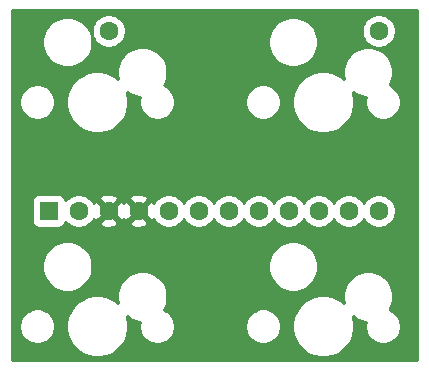
<source format=gbr>
G04 #@! TF.GenerationSoftware,KiCad,Pcbnew,(5.1.5)-3*
G04 #@! TF.CreationDate,2021-06-22T16:47:51-05:00*
G04 #@! TF.ProjectId,BigSwitch,42696753-7769-4746-9368-2e6b69636164,rev?*
G04 #@! TF.SameCoordinates,Original*
G04 #@! TF.FileFunction,Copper,L2,Bot*
G04 #@! TF.FilePolarity,Positive*
%FSLAX46Y46*%
G04 Gerber Fmt 4.6, Leading zero omitted, Abs format (unit mm)*
G04 Created by KiCad (PCBNEW (5.1.5)-3) date 2021-06-22 16:47:51*
%MOMM*%
%LPD*%
G04 APERTURE LIST*
%ADD10C,1.600000*%
%ADD11R,1.600000X1.600000*%
%ADD12C,0.254000*%
G04 APERTURE END LIST*
D10*
X202438000Y-93472000D03*
X225298000Y-93472000D03*
X225298000Y-108712000D03*
X222758000Y-108712000D03*
X220218000Y-108712000D03*
X217678000Y-108712000D03*
X215138000Y-108712000D03*
X212598000Y-108712000D03*
X210058000Y-108712000D03*
X207518000Y-108712000D03*
X204978000Y-108712000D03*
X202438000Y-108712000D03*
X199898000Y-108712000D03*
D11*
X197358000Y-108712000D03*
D12*
G36*
X228550001Y-121315000D02*
G01*
X194233000Y-121315000D01*
X194233000Y-118342278D01*
X194886000Y-118342278D01*
X194886000Y-118639722D01*
X194944029Y-118931451D01*
X195057856Y-119206253D01*
X195223107Y-119453569D01*
X195433431Y-119663893D01*
X195680747Y-119829144D01*
X195955549Y-119942971D01*
X196247278Y-120001000D01*
X196544722Y-120001000D01*
X196836451Y-119942971D01*
X197111253Y-119829144D01*
X197358569Y-119663893D01*
X197568893Y-119453569D01*
X197734144Y-119206253D01*
X197847971Y-118931451D01*
X197906000Y-118639722D01*
X197906000Y-118342278D01*
X197884080Y-118232076D01*
X198847100Y-118232076D01*
X198847100Y-118749924D01*
X198948127Y-119257822D01*
X199146299Y-119736251D01*
X199434000Y-120166826D01*
X199800174Y-120533000D01*
X200230749Y-120820701D01*
X200709178Y-121018873D01*
X201217076Y-121119900D01*
X201734924Y-121119900D01*
X202242822Y-121018873D01*
X202721251Y-120820701D01*
X203151826Y-120533000D01*
X203518000Y-120166826D01*
X203805701Y-119736251D01*
X204003873Y-119257822D01*
X204104900Y-118749924D01*
X204104900Y-118232076D01*
X204003873Y-117724178D01*
X203968292Y-117638279D01*
X204274698Y-117843012D01*
X204663244Y-118003953D01*
X205075721Y-118086000D01*
X205096977Y-118086000D01*
X205046000Y-118342278D01*
X205046000Y-118639722D01*
X205104029Y-118931451D01*
X205217856Y-119206253D01*
X205383107Y-119453569D01*
X205593431Y-119663893D01*
X205840747Y-119829144D01*
X206115549Y-119942971D01*
X206407278Y-120001000D01*
X206704722Y-120001000D01*
X206996451Y-119942971D01*
X207271253Y-119829144D01*
X207518569Y-119663893D01*
X207728893Y-119453569D01*
X207894144Y-119206253D01*
X208007971Y-118931451D01*
X208066000Y-118639722D01*
X208066000Y-118342278D01*
X214009000Y-118342278D01*
X214009000Y-118639722D01*
X214067029Y-118931451D01*
X214180856Y-119206253D01*
X214346107Y-119453569D01*
X214556431Y-119663893D01*
X214803747Y-119829144D01*
X215078549Y-119942971D01*
X215370278Y-120001000D01*
X215667722Y-120001000D01*
X215959451Y-119942971D01*
X216234253Y-119829144D01*
X216481569Y-119663893D01*
X216691893Y-119453569D01*
X216857144Y-119206253D01*
X216970971Y-118931451D01*
X217029000Y-118639722D01*
X217029000Y-118342278D01*
X217007080Y-118232076D01*
X217970100Y-118232076D01*
X217970100Y-118749924D01*
X218071127Y-119257822D01*
X218269299Y-119736251D01*
X218557000Y-120166826D01*
X218923174Y-120533000D01*
X219353749Y-120820701D01*
X219832178Y-121018873D01*
X220340076Y-121119900D01*
X220857924Y-121119900D01*
X221365822Y-121018873D01*
X221844251Y-120820701D01*
X222274826Y-120533000D01*
X222641000Y-120166826D01*
X222928701Y-119736251D01*
X223126873Y-119257822D01*
X223227900Y-118749924D01*
X223227900Y-118232076D01*
X223126873Y-117724178D01*
X223091292Y-117638279D01*
X223397698Y-117843012D01*
X223786244Y-118003953D01*
X224198721Y-118086000D01*
X224219977Y-118086000D01*
X224169000Y-118342278D01*
X224169000Y-118639722D01*
X224227029Y-118931451D01*
X224340856Y-119206253D01*
X224506107Y-119453569D01*
X224716431Y-119663893D01*
X224963747Y-119829144D01*
X225238549Y-119942971D01*
X225530278Y-120001000D01*
X225827722Y-120001000D01*
X226119451Y-119942971D01*
X226394253Y-119829144D01*
X226641569Y-119663893D01*
X226851893Y-119453569D01*
X227017144Y-119206253D01*
X227130971Y-118931451D01*
X227189000Y-118639722D01*
X227189000Y-118342278D01*
X227130971Y-118050549D01*
X227017144Y-117775747D01*
X226851893Y-117528431D01*
X226641569Y-117318107D01*
X226394253Y-117152856D01*
X226221501Y-117081299D01*
X226301012Y-116962302D01*
X226461953Y-116573756D01*
X226544000Y-116161279D01*
X226544000Y-115740721D01*
X226461953Y-115328244D01*
X226301012Y-114939698D01*
X226067363Y-114590017D01*
X225769983Y-114292637D01*
X225420302Y-114058988D01*
X225031756Y-113898047D01*
X224619279Y-113816000D01*
X224198721Y-113816000D01*
X223786244Y-113898047D01*
X223397698Y-114058988D01*
X223048017Y-114292637D01*
X222750637Y-114590017D01*
X222516988Y-114939698D01*
X222356047Y-115328244D01*
X222274000Y-115740721D01*
X222274000Y-116161279D01*
X222345237Y-116519411D01*
X222274826Y-116449000D01*
X221844251Y-116161299D01*
X221365822Y-115963127D01*
X220857924Y-115862100D01*
X220340076Y-115862100D01*
X219832178Y-115963127D01*
X219353749Y-116161299D01*
X218923174Y-116449000D01*
X218557000Y-116815174D01*
X218269299Y-117245749D01*
X218071127Y-117724178D01*
X217970100Y-118232076D01*
X217007080Y-118232076D01*
X216970971Y-118050549D01*
X216857144Y-117775747D01*
X216691893Y-117528431D01*
X216481569Y-117318107D01*
X216234253Y-117152856D01*
X215959451Y-117039029D01*
X215667722Y-116981000D01*
X215370278Y-116981000D01*
X215078549Y-117039029D01*
X214803747Y-117152856D01*
X214556431Y-117318107D01*
X214346107Y-117528431D01*
X214180856Y-117775747D01*
X214067029Y-118050549D01*
X214009000Y-118342278D01*
X208066000Y-118342278D01*
X208007971Y-118050549D01*
X207894144Y-117775747D01*
X207728893Y-117528431D01*
X207518569Y-117318107D01*
X207271253Y-117152856D01*
X207098501Y-117081299D01*
X207178012Y-116962302D01*
X207338953Y-116573756D01*
X207421000Y-116161279D01*
X207421000Y-115740721D01*
X207338953Y-115328244D01*
X207178012Y-114939698D01*
X206944363Y-114590017D01*
X206646983Y-114292637D01*
X206297302Y-114058988D01*
X205908756Y-113898047D01*
X205496279Y-113816000D01*
X205075721Y-113816000D01*
X204663244Y-113898047D01*
X204274698Y-114058988D01*
X203925017Y-114292637D01*
X203627637Y-114590017D01*
X203393988Y-114939698D01*
X203233047Y-115328244D01*
X203151000Y-115740721D01*
X203151000Y-116161279D01*
X203222237Y-116519411D01*
X203151826Y-116449000D01*
X202721251Y-116161299D01*
X202242822Y-115963127D01*
X201734924Y-115862100D01*
X201217076Y-115862100D01*
X200709178Y-115963127D01*
X200230749Y-116161299D01*
X199800174Y-116449000D01*
X199434000Y-116815174D01*
X199146299Y-117245749D01*
X198948127Y-117724178D01*
X198847100Y-118232076D01*
X197884080Y-118232076D01*
X197847971Y-118050549D01*
X197734144Y-117775747D01*
X197568893Y-117528431D01*
X197358569Y-117318107D01*
X197111253Y-117152856D01*
X196836451Y-117039029D01*
X196544722Y-116981000D01*
X196247278Y-116981000D01*
X195955549Y-117039029D01*
X195680747Y-117152856D01*
X195433431Y-117318107D01*
X195223107Y-117528431D01*
X195057856Y-117775747D01*
X194944029Y-118050549D01*
X194886000Y-118342278D01*
X194233000Y-118342278D01*
X194233000Y-113200721D01*
X196801000Y-113200721D01*
X196801000Y-113621279D01*
X196883047Y-114033756D01*
X197043988Y-114422302D01*
X197277637Y-114771983D01*
X197575017Y-115069363D01*
X197924698Y-115303012D01*
X198313244Y-115463953D01*
X198725721Y-115546000D01*
X199146279Y-115546000D01*
X199558756Y-115463953D01*
X199947302Y-115303012D01*
X200296983Y-115069363D01*
X200594363Y-114771983D01*
X200828012Y-114422302D01*
X200988953Y-114033756D01*
X201071000Y-113621279D01*
X201071000Y-113200721D01*
X215924000Y-113200721D01*
X215924000Y-113621279D01*
X216006047Y-114033756D01*
X216166988Y-114422302D01*
X216400637Y-114771983D01*
X216698017Y-115069363D01*
X217047698Y-115303012D01*
X217436244Y-115463953D01*
X217848721Y-115546000D01*
X218269279Y-115546000D01*
X218681756Y-115463953D01*
X219070302Y-115303012D01*
X219419983Y-115069363D01*
X219717363Y-114771983D01*
X219951012Y-114422302D01*
X220111953Y-114033756D01*
X220194000Y-113621279D01*
X220194000Y-113200721D01*
X220111953Y-112788244D01*
X219951012Y-112399698D01*
X219717363Y-112050017D01*
X219419983Y-111752637D01*
X219070302Y-111518988D01*
X218681756Y-111358047D01*
X218269279Y-111276000D01*
X217848721Y-111276000D01*
X217436244Y-111358047D01*
X217047698Y-111518988D01*
X216698017Y-111752637D01*
X216400637Y-112050017D01*
X216166988Y-112399698D01*
X216006047Y-112788244D01*
X215924000Y-113200721D01*
X201071000Y-113200721D01*
X200988953Y-112788244D01*
X200828012Y-112399698D01*
X200594363Y-112050017D01*
X200296983Y-111752637D01*
X199947302Y-111518988D01*
X199558756Y-111358047D01*
X199146279Y-111276000D01*
X198725721Y-111276000D01*
X198313244Y-111358047D01*
X197924698Y-111518988D01*
X197575017Y-111752637D01*
X197277637Y-112050017D01*
X197043988Y-112399698D01*
X196883047Y-112788244D01*
X196801000Y-113200721D01*
X194233000Y-113200721D01*
X194233000Y-107912000D01*
X195919928Y-107912000D01*
X195919928Y-109512000D01*
X195932188Y-109636482D01*
X195968498Y-109756180D01*
X196027463Y-109866494D01*
X196106815Y-109963185D01*
X196203506Y-110042537D01*
X196313820Y-110101502D01*
X196433518Y-110137812D01*
X196558000Y-110150072D01*
X198158000Y-110150072D01*
X198282482Y-110137812D01*
X198402180Y-110101502D01*
X198512494Y-110042537D01*
X198609185Y-109963185D01*
X198688537Y-109866494D01*
X198747502Y-109756180D01*
X198783812Y-109636482D01*
X198784643Y-109628039D01*
X198983241Y-109826637D01*
X199218273Y-109983680D01*
X199479426Y-110091853D01*
X199756665Y-110147000D01*
X200039335Y-110147000D01*
X200316574Y-110091853D01*
X200577727Y-109983680D01*
X200812759Y-109826637D01*
X200934694Y-109704702D01*
X201624903Y-109704702D01*
X201696486Y-109948671D01*
X201951996Y-110069571D01*
X202226184Y-110138300D01*
X202508512Y-110152217D01*
X202788130Y-110110787D01*
X203054292Y-110015603D01*
X203179514Y-109948671D01*
X203251097Y-109704702D01*
X204164903Y-109704702D01*
X204236486Y-109948671D01*
X204491996Y-110069571D01*
X204766184Y-110138300D01*
X205048512Y-110152217D01*
X205328130Y-110110787D01*
X205594292Y-110015603D01*
X205719514Y-109948671D01*
X205791097Y-109704702D01*
X204978000Y-108891605D01*
X204164903Y-109704702D01*
X203251097Y-109704702D01*
X202438000Y-108891605D01*
X201624903Y-109704702D01*
X200934694Y-109704702D01*
X201012637Y-109626759D01*
X201168915Y-109392872D01*
X201201329Y-109453514D01*
X201445298Y-109525097D01*
X202258395Y-108712000D01*
X202617605Y-108712000D01*
X203430702Y-109525097D01*
X203674671Y-109453514D01*
X203705971Y-109387364D01*
X203741329Y-109453514D01*
X203985298Y-109525097D01*
X204798395Y-108712000D01*
X205157605Y-108712000D01*
X205970702Y-109525097D01*
X206214671Y-109453514D01*
X206245194Y-109389008D01*
X206246320Y-109391727D01*
X206403363Y-109626759D01*
X206603241Y-109826637D01*
X206838273Y-109983680D01*
X207099426Y-110091853D01*
X207376665Y-110147000D01*
X207659335Y-110147000D01*
X207936574Y-110091853D01*
X208197727Y-109983680D01*
X208432759Y-109826637D01*
X208632637Y-109626759D01*
X208788000Y-109394241D01*
X208943363Y-109626759D01*
X209143241Y-109826637D01*
X209378273Y-109983680D01*
X209639426Y-110091853D01*
X209916665Y-110147000D01*
X210199335Y-110147000D01*
X210476574Y-110091853D01*
X210737727Y-109983680D01*
X210972759Y-109826637D01*
X211172637Y-109626759D01*
X211328000Y-109394241D01*
X211483363Y-109626759D01*
X211683241Y-109826637D01*
X211918273Y-109983680D01*
X212179426Y-110091853D01*
X212456665Y-110147000D01*
X212739335Y-110147000D01*
X213016574Y-110091853D01*
X213277727Y-109983680D01*
X213512759Y-109826637D01*
X213712637Y-109626759D01*
X213868000Y-109394241D01*
X214023363Y-109626759D01*
X214223241Y-109826637D01*
X214458273Y-109983680D01*
X214719426Y-110091853D01*
X214996665Y-110147000D01*
X215279335Y-110147000D01*
X215556574Y-110091853D01*
X215817727Y-109983680D01*
X216052759Y-109826637D01*
X216252637Y-109626759D01*
X216408000Y-109394241D01*
X216563363Y-109626759D01*
X216763241Y-109826637D01*
X216998273Y-109983680D01*
X217259426Y-110091853D01*
X217536665Y-110147000D01*
X217819335Y-110147000D01*
X218096574Y-110091853D01*
X218357727Y-109983680D01*
X218592759Y-109826637D01*
X218792637Y-109626759D01*
X218948000Y-109394241D01*
X219103363Y-109626759D01*
X219303241Y-109826637D01*
X219538273Y-109983680D01*
X219799426Y-110091853D01*
X220076665Y-110147000D01*
X220359335Y-110147000D01*
X220636574Y-110091853D01*
X220897727Y-109983680D01*
X221132759Y-109826637D01*
X221332637Y-109626759D01*
X221488000Y-109394241D01*
X221643363Y-109626759D01*
X221843241Y-109826637D01*
X222078273Y-109983680D01*
X222339426Y-110091853D01*
X222616665Y-110147000D01*
X222899335Y-110147000D01*
X223176574Y-110091853D01*
X223437727Y-109983680D01*
X223672759Y-109826637D01*
X223872637Y-109626759D01*
X224028000Y-109394241D01*
X224183363Y-109626759D01*
X224383241Y-109826637D01*
X224618273Y-109983680D01*
X224879426Y-110091853D01*
X225156665Y-110147000D01*
X225439335Y-110147000D01*
X225716574Y-110091853D01*
X225977727Y-109983680D01*
X226212759Y-109826637D01*
X226412637Y-109626759D01*
X226569680Y-109391727D01*
X226677853Y-109130574D01*
X226733000Y-108853335D01*
X226733000Y-108570665D01*
X226677853Y-108293426D01*
X226569680Y-108032273D01*
X226412637Y-107797241D01*
X226212759Y-107597363D01*
X225977727Y-107440320D01*
X225716574Y-107332147D01*
X225439335Y-107277000D01*
X225156665Y-107277000D01*
X224879426Y-107332147D01*
X224618273Y-107440320D01*
X224383241Y-107597363D01*
X224183363Y-107797241D01*
X224028000Y-108029759D01*
X223872637Y-107797241D01*
X223672759Y-107597363D01*
X223437727Y-107440320D01*
X223176574Y-107332147D01*
X222899335Y-107277000D01*
X222616665Y-107277000D01*
X222339426Y-107332147D01*
X222078273Y-107440320D01*
X221843241Y-107597363D01*
X221643363Y-107797241D01*
X221488000Y-108029759D01*
X221332637Y-107797241D01*
X221132759Y-107597363D01*
X220897727Y-107440320D01*
X220636574Y-107332147D01*
X220359335Y-107277000D01*
X220076665Y-107277000D01*
X219799426Y-107332147D01*
X219538273Y-107440320D01*
X219303241Y-107597363D01*
X219103363Y-107797241D01*
X218948000Y-108029759D01*
X218792637Y-107797241D01*
X218592759Y-107597363D01*
X218357727Y-107440320D01*
X218096574Y-107332147D01*
X217819335Y-107277000D01*
X217536665Y-107277000D01*
X217259426Y-107332147D01*
X216998273Y-107440320D01*
X216763241Y-107597363D01*
X216563363Y-107797241D01*
X216408000Y-108029759D01*
X216252637Y-107797241D01*
X216052759Y-107597363D01*
X215817727Y-107440320D01*
X215556574Y-107332147D01*
X215279335Y-107277000D01*
X214996665Y-107277000D01*
X214719426Y-107332147D01*
X214458273Y-107440320D01*
X214223241Y-107597363D01*
X214023363Y-107797241D01*
X213868000Y-108029759D01*
X213712637Y-107797241D01*
X213512759Y-107597363D01*
X213277727Y-107440320D01*
X213016574Y-107332147D01*
X212739335Y-107277000D01*
X212456665Y-107277000D01*
X212179426Y-107332147D01*
X211918273Y-107440320D01*
X211683241Y-107597363D01*
X211483363Y-107797241D01*
X211328000Y-108029759D01*
X211172637Y-107797241D01*
X210972759Y-107597363D01*
X210737727Y-107440320D01*
X210476574Y-107332147D01*
X210199335Y-107277000D01*
X209916665Y-107277000D01*
X209639426Y-107332147D01*
X209378273Y-107440320D01*
X209143241Y-107597363D01*
X208943363Y-107797241D01*
X208788000Y-108029759D01*
X208632637Y-107797241D01*
X208432759Y-107597363D01*
X208197727Y-107440320D01*
X207936574Y-107332147D01*
X207659335Y-107277000D01*
X207376665Y-107277000D01*
X207099426Y-107332147D01*
X206838273Y-107440320D01*
X206603241Y-107597363D01*
X206403363Y-107797241D01*
X206247085Y-108031128D01*
X206214671Y-107970486D01*
X205970702Y-107898903D01*
X205157605Y-108712000D01*
X204798395Y-108712000D01*
X203985298Y-107898903D01*
X203741329Y-107970486D01*
X203710029Y-108036636D01*
X203674671Y-107970486D01*
X203430702Y-107898903D01*
X202617605Y-108712000D01*
X202258395Y-108712000D01*
X201445298Y-107898903D01*
X201201329Y-107970486D01*
X201170806Y-108034992D01*
X201169680Y-108032273D01*
X201012637Y-107797241D01*
X200934694Y-107719298D01*
X201624903Y-107719298D01*
X202438000Y-108532395D01*
X203251097Y-107719298D01*
X204164903Y-107719298D01*
X204978000Y-108532395D01*
X205791097Y-107719298D01*
X205719514Y-107475329D01*
X205464004Y-107354429D01*
X205189816Y-107285700D01*
X204907488Y-107271783D01*
X204627870Y-107313213D01*
X204361708Y-107408397D01*
X204236486Y-107475329D01*
X204164903Y-107719298D01*
X203251097Y-107719298D01*
X203179514Y-107475329D01*
X202924004Y-107354429D01*
X202649816Y-107285700D01*
X202367488Y-107271783D01*
X202087870Y-107313213D01*
X201821708Y-107408397D01*
X201696486Y-107475329D01*
X201624903Y-107719298D01*
X200934694Y-107719298D01*
X200812759Y-107597363D01*
X200577727Y-107440320D01*
X200316574Y-107332147D01*
X200039335Y-107277000D01*
X199756665Y-107277000D01*
X199479426Y-107332147D01*
X199218273Y-107440320D01*
X198983241Y-107597363D01*
X198784643Y-107795961D01*
X198783812Y-107787518D01*
X198747502Y-107667820D01*
X198688537Y-107557506D01*
X198609185Y-107460815D01*
X198512494Y-107381463D01*
X198402180Y-107322498D01*
X198282482Y-107286188D01*
X198158000Y-107273928D01*
X196558000Y-107273928D01*
X196433518Y-107286188D01*
X196313820Y-107322498D01*
X196203506Y-107381463D01*
X196106815Y-107460815D01*
X196027463Y-107557506D01*
X195968498Y-107667820D01*
X195932188Y-107787518D01*
X195919928Y-107912000D01*
X194233000Y-107912000D01*
X194233000Y-99352279D01*
X194886000Y-99352279D01*
X194886000Y-99649723D01*
X194944029Y-99941452D01*
X195057856Y-100216254D01*
X195223107Y-100463570D01*
X195433431Y-100673894D01*
X195680747Y-100839145D01*
X195955549Y-100952972D01*
X196247278Y-101011001D01*
X196544722Y-101011001D01*
X196836451Y-100952972D01*
X197111253Y-100839145D01*
X197358569Y-100673894D01*
X197568893Y-100463570D01*
X197734144Y-100216254D01*
X197847971Y-99941452D01*
X197906000Y-99649723D01*
X197906000Y-99352279D01*
X197884080Y-99242077D01*
X198847100Y-99242077D01*
X198847100Y-99759925D01*
X198948127Y-100267823D01*
X199146299Y-100746252D01*
X199434000Y-101176827D01*
X199800174Y-101543001D01*
X200230749Y-101830702D01*
X200709178Y-102028874D01*
X201217076Y-102129901D01*
X201734924Y-102129901D01*
X202242822Y-102028874D01*
X202721251Y-101830702D01*
X203151826Y-101543001D01*
X203518000Y-101176827D01*
X203805701Y-100746252D01*
X204003873Y-100267823D01*
X204104900Y-99759925D01*
X204104900Y-99242077D01*
X204003873Y-98734179D01*
X203968292Y-98648280D01*
X204274698Y-98853013D01*
X204663244Y-99013954D01*
X205075721Y-99096001D01*
X205096977Y-99096001D01*
X205046000Y-99352279D01*
X205046000Y-99649723D01*
X205104029Y-99941452D01*
X205217856Y-100216254D01*
X205383107Y-100463570D01*
X205593431Y-100673894D01*
X205840747Y-100839145D01*
X206115549Y-100952972D01*
X206407278Y-101011001D01*
X206704722Y-101011001D01*
X206996451Y-100952972D01*
X207271253Y-100839145D01*
X207518569Y-100673894D01*
X207728893Y-100463570D01*
X207894144Y-100216254D01*
X208007971Y-99941452D01*
X208066000Y-99649723D01*
X208066000Y-99352279D01*
X214009000Y-99352279D01*
X214009000Y-99649723D01*
X214067029Y-99941452D01*
X214180856Y-100216254D01*
X214346107Y-100463570D01*
X214556431Y-100673894D01*
X214803747Y-100839145D01*
X215078549Y-100952972D01*
X215370278Y-101011001D01*
X215667722Y-101011001D01*
X215959451Y-100952972D01*
X216234253Y-100839145D01*
X216481569Y-100673894D01*
X216691893Y-100463570D01*
X216857144Y-100216254D01*
X216970971Y-99941452D01*
X217029000Y-99649723D01*
X217029000Y-99352279D01*
X217007080Y-99242077D01*
X217970100Y-99242077D01*
X217970100Y-99759925D01*
X218071127Y-100267823D01*
X218269299Y-100746252D01*
X218557000Y-101176827D01*
X218923174Y-101543001D01*
X219353749Y-101830702D01*
X219832178Y-102028874D01*
X220340076Y-102129901D01*
X220857924Y-102129901D01*
X221365822Y-102028874D01*
X221844251Y-101830702D01*
X222274826Y-101543001D01*
X222641000Y-101176827D01*
X222928701Y-100746252D01*
X223126873Y-100267823D01*
X223227900Y-99759925D01*
X223227900Y-99242077D01*
X223126873Y-98734179D01*
X223091292Y-98648280D01*
X223397698Y-98853013D01*
X223786244Y-99013954D01*
X224198721Y-99096001D01*
X224219977Y-99096001D01*
X224169000Y-99352279D01*
X224169000Y-99649723D01*
X224227029Y-99941452D01*
X224340856Y-100216254D01*
X224506107Y-100463570D01*
X224716431Y-100673894D01*
X224963747Y-100839145D01*
X225238549Y-100952972D01*
X225530278Y-101011001D01*
X225827722Y-101011001D01*
X226119451Y-100952972D01*
X226394253Y-100839145D01*
X226641569Y-100673894D01*
X226851893Y-100463570D01*
X227017144Y-100216254D01*
X227130971Y-99941452D01*
X227189000Y-99649723D01*
X227189000Y-99352279D01*
X227130971Y-99060550D01*
X227017144Y-98785748D01*
X226851893Y-98538432D01*
X226641569Y-98328108D01*
X226394253Y-98162857D01*
X226221501Y-98091300D01*
X226301012Y-97972303D01*
X226461953Y-97583757D01*
X226544000Y-97171280D01*
X226544000Y-96750722D01*
X226461953Y-96338245D01*
X226301012Y-95949699D01*
X226067363Y-95600018D01*
X225769983Y-95302638D01*
X225420302Y-95068989D01*
X225031756Y-94908048D01*
X224619279Y-94826001D01*
X224198721Y-94826001D01*
X223786244Y-94908048D01*
X223397698Y-95068989D01*
X223048017Y-95302638D01*
X222750637Y-95600018D01*
X222516988Y-95949699D01*
X222356047Y-96338245D01*
X222274000Y-96750722D01*
X222274000Y-97171280D01*
X222345237Y-97529412D01*
X222274826Y-97459001D01*
X221844251Y-97171300D01*
X221365822Y-96973128D01*
X220857924Y-96872101D01*
X220340076Y-96872101D01*
X219832178Y-96973128D01*
X219353749Y-97171300D01*
X218923174Y-97459001D01*
X218557000Y-97825175D01*
X218269299Y-98255750D01*
X218071127Y-98734179D01*
X217970100Y-99242077D01*
X217007080Y-99242077D01*
X216970971Y-99060550D01*
X216857144Y-98785748D01*
X216691893Y-98538432D01*
X216481569Y-98328108D01*
X216234253Y-98162857D01*
X215959451Y-98049030D01*
X215667722Y-97991001D01*
X215370278Y-97991001D01*
X215078549Y-98049030D01*
X214803747Y-98162857D01*
X214556431Y-98328108D01*
X214346107Y-98538432D01*
X214180856Y-98785748D01*
X214067029Y-99060550D01*
X214009000Y-99352279D01*
X208066000Y-99352279D01*
X208007971Y-99060550D01*
X207894144Y-98785748D01*
X207728893Y-98538432D01*
X207518569Y-98328108D01*
X207271253Y-98162857D01*
X207098501Y-98091300D01*
X207178012Y-97972303D01*
X207338953Y-97583757D01*
X207421000Y-97171280D01*
X207421000Y-96750722D01*
X207338953Y-96338245D01*
X207178012Y-95949699D01*
X206944363Y-95600018D01*
X206646983Y-95302638D01*
X206297302Y-95068989D01*
X205908756Y-94908048D01*
X205496279Y-94826001D01*
X205075721Y-94826001D01*
X204663244Y-94908048D01*
X204274698Y-95068989D01*
X203925017Y-95302638D01*
X203627637Y-95600018D01*
X203393988Y-95949699D01*
X203233047Y-96338245D01*
X203151000Y-96750722D01*
X203151000Y-97171280D01*
X203222237Y-97529412D01*
X203151826Y-97459001D01*
X202721251Y-97171300D01*
X202242822Y-96973128D01*
X201734924Y-96872101D01*
X201217076Y-96872101D01*
X200709178Y-96973128D01*
X200230749Y-97171300D01*
X199800174Y-97459001D01*
X199434000Y-97825175D01*
X199146299Y-98255750D01*
X198948127Y-98734179D01*
X198847100Y-99242077D01*
X197884080Y-99242077D01*
X197847971Y-99060550D01*
X197734144Y-98785748D01*
X197568893Y-98538432D01*
X197358569Y-98328108D01*
X197111253Y-98162857D01*
X196836451Y-98049030D01*
X196544722Y-97991001D01*
X196247278Y-97991001D01*
X195955549Y-98049030D01*
X195680747Y-98162857D01*
X195433431Y-98328108D01*
X195223107Y-98538432D01*
X195057856Y-98785748D01*
X194944029Y-99060550D01*
X194886000Y-99352279D01*
X194233000Y-99352279D01*
X194233000Y-94210722D01*
X196801000Y-94210722D01*
X196801000Y-94631280D01*
X196883047Y-95043757D01*
X197043988Y-95432303D01*
X197277637Y-95781984D01*
X197575017Y-96079364D01*
X197924698Y-96313013D01*
X198313244Y-96473954D01*
X198725721Y-96556001D01*
X199146279Y-96556001D01*
X199558756Y-96473954D01*
X199947302Y-96313013D01*
X200296983Y-96079364D01*
X200594363Y-95781984D01*
X200828012Y-95432303D01*
X200988953Y-95043757D01*
X201071000Y-94631280D01*
X201071000Y-94210722D01*
X200988953Y-93798245D01*
X200828012Y-93409699D01*
X200775204Y-93330665D01*
X201003000Y-93330665D01*
X201003000Y-93613335D01*
X201058147Y-93890574D01*
X201166320Y-94151727D01*
X201323363Y-94386759D01*
X201523241Y-94586637D01*
X201758273Y-94743680D01*
X202019426Y-94851853D01*
X202296665Y-94907000D01*
X202579335Y-94907000D01*
X202856574Y-94851853D01*
X203117727Y-94743680D01*
X203352759Y-94586637D01*
X203552637Y-94386759D01*
X203670260Y-94210722D01*
X215924000Y-94210722D01*
X215924000Y-94631280D01*
X216006047Y-95043757D01*
X216166988Y-95432303D01*
X216400637Y-95781984D01*
X216698017Y-96079364D01*
X217047698Y-96313013D01*
X217436244Y-96473954D01*
X217848721Y-96556001D01*
X218269279Y-96556001D01*
X218681756Y-96473954D01*
X219070302Y-96313013D01*
X219419983Y-96079364D01*
X219717363Y-95781984D01*
X219951012Y-95432303D01*
X220111953Y-95043757D01*
X220194000Y-94631280D01*
X220194000Y-94210722D01*
X220111953Y-93798245D01*
X219951012Y-93409699D01*
X219898204Y-93330665D01*
X223863000Y-93330665D01*
X223863000Y-93613335D01*
X223918147Y-93890574D01*
X224026320Y-94151727D01*
X224183363Y-94386759D01*
X224383241Y-94586637D01*
X224618273Y-94743680D01*
X224879426Y-94851853D01*
X225156665Y-94907000D01*
X225439335Y-94907000D01*
X225716574Y-94851853D01*
X225977727Y-94743680D01*
X226212759Y-94586637D01*
X226412637Y-94386759D01*
X226569680Y-94151727D01*
X226677853Y-93890574D01*
X226733000Y-93613335D01*
X226733000Y-93330665D01*
X226677853Y-93053426D01*
X226569680Y-92792273D01*
X226412637Y-92557241D01*
X226212759Y-92357363D01*
X225977727Y-92200320D01*
X225716574Y-92092147D01*
X225439335Y-92037000D01*
X225156665Y-92037000D01*
X224879426Y-92092147D01*
X224618273Y-92200320D01*
X224383241Y-92357363D01*
X224183363Y-92557241D01*
X224026320Y-92792273D01*
X223918147Y-93053426D01*
X223863000Y-93330665D01*
X219898204Y-93330665D01*
X219717363Y-93060018D01*
X219419983Y-92762638D01*
X219070302Y-92528989D01*
X218681756Y-92368048D01*
X218269279Y-92286001D01*
X217848721Y-92286001D01*
X217436244Y-92368048D01*
X217047698Y-92528989D01*
X216698017Y-92762638D01*
X216400637Y-93060018D01*
X216166988Y-93409699D01*
X216006047Y-93798245D01*
X215924000Y-94210722D01*
X203670260Y-94210722D01*
X203709680Y-94151727D01*
X203817853Y-93890574D01*
X203873000Y-93613335D01*
X203873000Y-93330665D01*
X203817853Y-93053426D01*
X203709680Y-92792273D01*
X203552637Y-92557241D01*
X203352759Y-92357363D01*
X203117727Y-92200320D01*
X202856574Y-92092147D01*
X202579335Y-92037000D01*
X202296665Y-92037000D01*
X202019426Y-92092147D01*
X201758273Y-92200320D01*
X201523241Y-92357363D01*
X201323363Y-92557241D01*
X201166320Y-92792273D01*
X201058147Y-93053426D01*
X201003000Y-93330665D01*
X200775204Y-93330665D01*
X200594363Y-93060018D01*
X200296983Y-92762638D01*
X199947302Y-92528989D01*
X199558756Y-92368048D01*
X199146279Y-92286001D01*
X198725721Y-92286001D01*
X198313244Y-92368048D01*
X197924698Y-92528989D01*
X197575017Y-92762638D01*
X197277637Y-93060018D01*
X197043988Y-93409699D01*
X196883047Y-93798245D01*
X196801000Y-94210722D01*
X194233000Y-94210722D01*
X194233000Y-91685000D01*
X228550000Y-91685000D01*
X228550001Y-121315000D01*
G37*
X228550001Y-121315000D02*
X194233000Y-121315000D01*
X194233000Y-118342278D01*
X194886000Y-118342278D01*
X194886000Y-118639722D01*
X194944029Y-118931451D01*
X195057856Y-119206253D01*
X195223107Y-119453569D01*
X195433431Y-119663893D01*
X195680747Y-119829144D01*
X195955549Y-119942971D01*
X196247278Y-120001000D01*
X196544722Y-120001000D01*
X196836451Y-119942971D01*
X197111253Y-119829144D01*
X197358569Y-119663893D01*
X197568893Y-119453569D01*
X197734144Y-119206253D01*
X197847971Y-118931451D01*
X197906000Y-118639722D01*
X197906000Y-118342278D01*
X197884080Y-118232076D01*
X198847100Y-118232076D01*
X198847100Y-118749924D01*
X198948127Y-119257822D01*
X199146299Y-119736251D01*
X199434000Y-120166826D01*
X199800174Y-120533000D01*
X200230749Y-120820701D01*
X200709178Y-121018873D01*
X201217076Y-121119900D01*
X201734924Y-121119900D01*
X202242822Y-121018873D01*
X202721251Y-120820701D01*
X203151826Y-120533000D01*
X203518000Y-120166826D01*
X203805701Y-119736251D01*
X204003873Y-119257822D01*
X204104900Y-118749924D01*
X204104900Y-118232076D01*
X204003873Y-117724178D01*
X203968292Y-117638279D01*
X204274698Y-117843012D01*
X204663244Y-118003953D01*
X205075721Y-118086000D01*
X205096977Y-118086000D01*
X205046000Y-118342278D01*
X205046000Y-118639722D01*
X205104029Y-118931451D01*
X205217856Y-119206253D01*
X205383107Y-119453569D01*
X205593431Y-119663893D01*
X205840747Y-119829144D01*
X206115549Y-119942971D01*
X206407278Y-120001000D01*
X206704722Y-120001000D01*
X206996451Y-119942971D01*
X207271253Y-119829144D01*
X207518569Y-119663893D01*
X207728893Y-119453569D01*
X207894144Y-119206253D01*
X208007971Y-118931451D01*
X208066000Y-118639722D01*
X208066000Y-118342278D01*
X214009000Y-118342278D01*
X214009000Y-118639722D01*
X214067029Y-118931451D01*
X214180856Y-119206253D01*
X214346107Y-119453569D01*
X214556431Y-119663893D01*
X214803747Y-119829144D01*
X215078549Y-119942971D01*
X215370278Y-120001000D01*
X215667722Y-120001000D01*
X215959451Y-119942971D01*
X216234253Y-119829144D01*
X216481569Y-119663893D01*
X216691893Y-119453569D01*
X216857144Y-119206253D01*
X216970971Y-118931451D01*
X217029000Y-118639722D01*
X217029000Y-118342278D01*
X217007080Y-118232076D01*
X217970100Y-118232076D01*
X217970100Y-118749924D01*
X218071127Y-119257822D01*
X218269299Y-119736251D01*
X218557000Y-120166826D01*
X218923174Y-120533000D01*
X219353749Y-120820701D01*
X219832178Y-121018873D01*
X220340076Y-121119900D01*
X220857924Y-121119900D01*
X221365822Y-121018873D01*
X221844251Y-120820701D01*
X222274826Y-120533000D01*
X222641000Y-120166826D01*
X222928701Y-119736251D01*
X223126873Y-119257822D01*
X223227900Y-118749924D01*
X223227900Y-118232076D01*
X223126873Y-117724178D01*
X223091292Y-117638279D01*
X223397698Y-117843012D01*
X223786244Y-118003953D01*
X224198721Y-118086000D01*
X224219977Y-118086000D01*
X224169000Y-118342278D01*
X224169000Y-118639722D01*
X224227029Y-118931451D01*
X224340856Y-119206253D01*
X224506107Y-119453569D01*
X224716431Y-119663893D01*
X224963747Y-119829144D01*
X225238549Y-119942971D01*
X225530278Y-120001000D01*
X225827722Y-120001000D01*
X226119451Y-119942971D01*
X226394253Y-119829144D01*
X226641569Y-119663893D01*
X226851893Y-119453569D01*
X227017144Y-119206253D01*
X227130971Y-118931451D01*
X227189000Y-118639722D01*
X227189000Y-118342278D01*
X227130971Y-118050549D01*
X227017144Y-117775747D01*
X226851893Y-117528431D01*
X226641569Y-117318107D01*
X226394253Y-117152856D01*
X226221501Y-117081299D01*
X226301012Y-116962302D01*
X226461953Y-116573756D01*
X226544000Y-116161279D01*
X226544000Y-115740721D01*
X226461953Y-115328244D01*
X226301012Y-114939698D01*
X226067363Y-114590017D01*
X225769983Y-114292637D01*
X225420302Y-114058988D01*
X225031756Y-113898047D01*
X224619279Y-113816000D01*
X224198721Y-113816000D01*
X223786244Y-113898047D01*
X223397698Y-114058988D01*
X223048017Y-114292637D01*
X222750637Y-114590017D01*
X222516988Y-114939698D01*
X222356047Y-115328244D01*
X222274000Y-115740721D01*
X222274000Y-116161279D01*
X222345237Y-116519411D01*
X222274826Y-116449000D01*
X221844251Y-116161299D01*
X221365822Y-115963127D01*
X220857924Y-115862100D01*
X220340076Y-115862100D01*
X219832178Y-115963127D01*
X219353749Y-116161299D01*
X218923174Y-116449000D01*
X218557000Y-116815174D01*
X218269299Y-117245749D01*
X218071127Y-117724178D01*
X217970100Y-118232076D01*
X217007080Y-118232076D01*
X216970971Y-118050549D01*
X216857144Y-117775747D01*
X216691893Y-117528431D01*
X216481569Y-117318107D01*
X216234253Y-117152856D01*
X215959451Y-117039029D01*
X215667722Y-116981000D01*
X215370278Y-116981000D01*
X215078549Y-117039029D01*
X214803747Y-117152856D01*
X214556431Y-117318107D01*
X214346107Y-117528431D01*
X214180856Y-117775747D01*
X214067029Y-118050549D01*
X214009000Y-118342278D01*
X208066000Y-118342278D01*
X208007971Y-118050549D01*
X207894144Y-117775747D01*
X207728893Y-117528431D01*
X207518569Y-117318107D01*
X207271253Y-117152856D01*
X207098501Y-117081299D01*
X207178012Y-116962302D01*
X207338953Y-116573756D01*
X207421000Y-116161279D01*
X207421000Y-115740721D01*
X207338953Y-115328244D01*
X207178012Y-114939698D01*
X206944363Y-114590017D01*
X206646983Y-114292637D01*
X206297302Y-114058988D01*
X205908756Y-113898047D01*
X205496279Y-113816000D01*
X205075721Y-113816000D01*
X204663244Y-113898047D01*
X204274698Y-114058988D01*
X203925017Y-114292637D01*
X203627637Y-114590017D01*
X203393988Y-114939698D01*
X203233047Y-115328244D01*
X203151000Y-115740721D01*
X203151000Y-116161279D01*
X203222237Y-116519411D01*
X203151826Y-116449000D01*
X202721251Y-116161299D01*
X202242822Y-115963127D01*
X201734924Y-115862100D01*
X201217076Y-115862100D01*
X200709178Y-115963127D01*
X200230749Y-116161299D01*
X199800174Y-116449000D01*
X199434000Y-116815174D01*
X199146299Y-117245749D01*
X198948127Y-117724178D01*
X198847100Y-118232076D01*
X197884080Y-118232076D01*
X197847971Y-118050549D01*
X197734144Y-117775747D01*
X197568893Y-117528431D01*
X197358569Y-117318107D01*
X197111253Y-117152856D01*
X196836451Y-117039029D01*
X196544722Y-116981000D01*
X196247278Y-116981000D01*
X195955549Y-117039029D01*
X195680747Y-117152856D01*
X195433431Y-117318107D01*
X195223107Y-117528431D01*
X195057856Y-117775747D01*
X194944029Y-118050549D01*
X194886000Y-118342278D01*
X194233000Y-118342278D01*
X194233000Y-113200721D01*
X196801000Y-113200721D01*
X196801000Y-113621279D01*
X196883047Y-114033756D01*
X197043988Y-114422302D01*
X197277637Y-114771983D01*
X197575017Y-115069363D01*
X197924698Y-115303012D01*
X198313244Y-115463953D01*
X198725721Y-115546000D01*
X199146279Y-115546000D01*
X199558756Y-115463953D01*
X199947302Y-115303012D01*
X200296983Y-115069363D01*
X200594363Y-114771983D01*
X200828012Y-114422302D01*
X200988953Y-114033756D01*
X201071000Y-113621279D01*
X201071000Y-113200721D01*
X215924000Y-113200721D01*
X215924000Y-113621279D01*
X216006047Y-114033756D01*
X216166988Y-114422302D01*
X216400637Y-114771983D01*
X216698017Y-115069363D01*
X217047698Y-115303012D01*
X217436244Y-115463953D01*
X217848721Y-115546000D01*
X218269279Y-115546000D01*
X218681756Y-115463953D01*
X219070302Y-115303012D01*
X219419983Y-115069363D01*
X219717363Y-114771983D01*
X219951012Y-114422302D01*
X220111953Y-114033756D01*
X220194000Y-113621279D01*
X220194000Y-113200721D01*
X220111953Y-112788244D01*
X219951012Y-112399698D01*
X219717363Y-112050017D01*
X219419983Y-111752637D01*
X219070302Y-111518988D01*
X218681756Y-111358047D01*
X218269279Y-111276000D01*
X217848721Y-111276000D01*
X217436244Y-111358047D01*
X217047698Y-111518988D01*
X216698017Y-111752637D01*
X216400637Y-112050017D01*
X216166988Y-112399698D01*
X216006047Y-112788244D01*
X215924000Y-113200721D01*
X201071000Y-113200721D01*
X200988953Y-112788244D01*
X200828012Y-112399698D01*
X200594363Y-112050017D01*
X200296983Y-111752637D01*
X199947302Y-111518988D01*
X199558756Y-111358047D01*
X199146279Y-111276000D01*
X198725721Y-111276000D01*
X198313244Y-111358047D01*
X197924698Y-111518988D01*
X197575017Y-111752637D01*
X197277637Y-112050017D01*
X197043988Y-112399698D01*
X196883047Y-112788244D01*
X196801000Y-113200721D01*
X194233000Y-113200721D01*
X194233000Y-107912000D01*
X195919928Y-107912000D01*
X195919928Y-109512000D01*
X195932188Y-109636482D01*
X195968498Y-109756180D01*
X196027463Y-109866494D01*
X196106815Y-109963185D01*
X196203506Y-110042537D01*
X196313820Y-110101502D01*
X196433518Y-110137812D01*
X196558000Y-110150072D01*
X198158000Y-110150072D01*
X198282482Y-110137812D01*
X198402180Y-110101502D01*
X198512494Y-110042537D01*
X198609185Y-109963185D01*
X198688537Y-109866494D01*
X198747502Y-109756180D01*
X198783812Y-109636482D01*
X198784643Y-109628039D01*
X198983241Y-109826637D01*
X199218273Y-109983680D01*
X199479426Y-110091853D01*
X199756665Y-110147000D01*
X200039335Y-110147000D01*
X200316574Y-110091853D01*
X200577727Y-109983680D01*
X200812759Y-109826637D01*
X200934694Y-109704702D01*
X201624903Y-109704702D01*
X201696486Y-109948671D01*
X201951996Y-110069571D01*
X202226184Y-110138300D01*
X202508512Y-110152217D01*
X202788130Y-110110787D01*
X203054292Y-110015603D01*
X203179514Y-109948671D01*
X203251097Y-109704702D01*
X204164903Y-109704702D01*
X204236486Y-109948671D01*
X204491996Y-110069571D01*
X204766184Y-110138300D01*
X205048512Y-110152217D01*
X205328130Y-110110787D01*
X205594292Y-110015603D01*
X205719514Y-109948671D01*
X205791097Y-109704702D01*
X204978000Y-108891605D01*
X204164903Y-109704702D01*
X203251097Y-109704702D01*
X202438000Y-108891605D01*
X201624903Y-109704702D01*
X200934694Y-109704702D01*
X201012637Y-109626759D01*
X201168915Y-109392872D01*
X201201329Y-109453514D01*
X201445298Y-109525097D01*
X202258395Y-108712000D01*
X202617605Y-108712000D01*
X203430702Y-109525097D01*
X203674671Y-109453514D01*
X203705971Y-109387364D01*
X203741329Y-109453514D01*
X203985298Y-109525097D01*
X204798395Y-108712000D01*
X205157605Y-108712000D01*
X205970702Y-109525097D01*
X206214671Y-109453514D01*
X206245194Y-109389008D01*
X206246320Y-109391727D01*
X206403363Y-109626759D01*
X206603241Y-109826637D01*
X206838273Y-109983680D01*
X207099426Y-110091853D01*
X207376665Y-110147000D01*
X207659335Y-110147000D01*
X207936574Y-110091853D01*
X208197727Y-109983680D01*
X208432759Y-109826637D01*
X208632637Y-109626759D01*
X208788000Y-109394241D01*
X208943363Y-109626759D01*
X209143241Y-109826637D01*
X209378273Y-109983680D01*
X209639426Y-110091853D01*
X209916665Y-110147000D01*
X210199335Y-110147000D01*
X210476574Y-110091853D01*
X210737727Y-109983680D01*
X210972759Y-109826637D01*
X211172637Y-109626759D01*
X211328000Y-109394241D01*
X211483363Y-109626759D01*
X211683241Y-109826637D01*
X211918273Y-109983680D01*
X212179426Y-110091853D01*
X212456665Y-110147000D01*
X212739335Y-110147000D01*
X213016574Y-110091853D01*
X213277727Y-109983680D01*
X213512759Y-109826637D01*
X213712637Y-109626759D01*
X213868000Y-109394241D01*
X214023363Y-109626759D01*
X214223241Y-109826637D01*
X214458273Y-109983680D01*
X214719426Y-110091853D01*
X214996665Y-110147000D01*
X215279335Y-110147000D01*
X215556574Y-110091853D01*
X215817727Y-109983680D01*
X216052759Y-109826637D01*
X216252637Y-109626759D01*
X216408000Y-109394241D01*
X216563363Y-109626759D01*
X216763241Y-109826637D01*
X216998273Y-109983680D01*
X217259426Y-110091853D01*
X217536665Y-110147000D01*
X217819335Y-110147000D01*
X218096574Y-110091853D01*
X218357727Y-109983680D01*
X218592759Y-109826637D01*
X218792637Y-109626759D01*
X218948000Y-109394241D01*
X219103363Y-109626759D01*
X219303241Y-109826637D01*
X219538273Y-109983680D01*
X219799426Y-110091853D01*
X220076665Y-110147000D01*
X220359335Y-110147000D01*
X220636574Y-110091853D01*
X220897727Y-109983680D01*
X221132759Y-109826637D01*
X221332637Y-109626759D01*
X221488000Y-109394241D01*
X221643363Y-109626759D01*
X221843241Y-109826637D01*
X222078273Y-109983680D01*
X222339426Y-110091853D01*
X222616665Y-110147000D01*
X222899335Y-110147000D01*
X223176574Y-110091853D01*
X223437727Y-109983680D01*
X223672759Y-109826637D01*
X223872637Y-109626759D01*
X224028000Y-109394241D01*
X224183363Y-109626759D01*
X224383241Y-109826637D01*
X224618273Y-109983680D01*
X224879426Y-110091853D01*
X225156665Y-110147000D01*
X225439335Y-110147000D01*
X225716574Y-110091853D01*
X225977727Y-109983680D01*
X226212759Y-109826637D01*
X226412637Y-109626759D01*
X226569680Y-109391727D01*
X226677853Y-109130574D01*
X226733000Y-108853335D01*
X226733000Y-108570665D01*
X226677853Y-108293426D01*
X226569680Y-108032273D01*
X226412637Y-107797241D01*
X226212759Y-107597363D01*
X225977727Y-107440320D01*
X225716574Y-107332147D01*
X225439335Y-107277000D01*
X225156665Y-107277000D01*
X224879426Y-107332147D01*
X224618273Y-107440320D01*
X224383241Y-107597363D01*
X224183363Y-107797241D01*
X224028000Y-108029759D01*
X223872637Y-107797241D01*
X223672759Y-107597363D01*
X223437727Y-107440320D01*
X223176574Y-107332147D01*
X222899335Y-107277000D01*
X222616665Y-107277000D01*
X222339426Y-107332147D01*
X222078273Y-107440320D01*
X221843241Y-107597363D01*
X221643363Y-107797241D01*
X221488000Y-108029759D01*
X221332637Y-107797241D01*
X221132759Y-107597363D01*
X220897727Y-107440320D01*
X220636574Y-107332147D01*
X220359335Y-107277000D01*
X220076665Y-107277000D01*
X219799426Y-107332147D01*
X219538273Y-107440320D01*
X219303241Y-107597363D01*
X219103363Y-107797241D01*
X218948000Y-108029759D01*
X218792637Y-107797241D01*
X218592759Y-107597363D01*
X218357727Y-107440320D01*
X218096574Y-107332147D01*
X217819335Y-107277000D01*
X217536665Y-107277000D01*
X217259426Y-107332147D01*
X216998273Y-107440320D01*
X216763241Y-107597363D01*
X216563363Y-107797241D01*
X216408000Y-108029759D01*
X216252637Y-107797241D01*
X216052759Y-107597363D01*
X215817727Y-107440320D01*
X215556574Y-107332147D01*
X215279335Y-107277000D01*
X214996665Y-107277000D01*
X214719426Y-107332147D01*
X214458273Y-107440320D01*
X214223241Y-107597363D01*
X214023363Y-107797241D01*
X213868000Y-108029759D01*
X213712637Y-107797241D01*
X213512759Y-107597363D01*
X213277727Y-107440320D01*
X213016574Y-107332147D01*
X212739335Y-107277000D01*
X212456665Y-107277000D01*
X212179426Y-107332147D01*
X211918273Y-107440320D01*
X211683241Y-107597363D01*
X211483363Y-107797241D01*
X211328000Y-108029759D01*
X211172637Y-107797241D01*
X210972759Y-107597363D01*
X210737727Y-107440320D01*
X210476574Y-107332147D01*
X210199335Y-107277000D01*
X209916665Y-107277000D01*
X209639426Y-107332147D01*
X209378273Y-107440320D01*
X209143241Y-107597363D01*
X208943363Y-107797241D01*
X208788000Y-108029759D01*
X208632637Y-107797241D01*
X208432759Y-107597363D01*
X208197727Y-107440320D01*
X207936574Y-107332147D01*
X207659335Y-107277000D01*
X207376665Y-107277000D01*
X207099426Y-107332147D01*
X206838273Y-107440320D01*
X206603241Y-107597363D01*
X206403363Y-107797241D01*
X206247085Y-108031128D01*
X206214671Y-107970486D01*
X205970702Y-107898903D01*
X205157605Y-108712000D01*
X204798395Y-108712000D01*
X203985298Y-107898903D01*
X203741329Y-107970486D01*
X203710029Y-108036636D01*
X203674671Y-107970486D01*
X203430702Y-107898903D01*
X202617605Y-108712000D01*
X202258395Y-108712000D01*
X201445298Y-107898903D01*
X201201329Y-107970486D01*
X201170806Y-108034992D01*
X201169680Y-108032273D01*
X201012637Y-107797241D01*
X200934694Y-107719298D01*
X201624903Y-107719298D01*
X202438000Y-108532395D01*
X203251097Y-107719298D01*
X204164903Y-107719298D01*
X204978000Y-108532395D01*
X205791097Y-107719298D01*
X205719514Y-107475329D01*
X205464004Y-107354429D01*
X205189816Y-107285700D01*
X204907488Y-107271783D01*
X204627870Y-107313213D01*
X204361708Y-107408397D01*
X204236486Y-107475329D01*
X204164903Y-107719298D01*
X203251097Y-107719298D01*
X203179514Y-107475329D01*
X202924004Y-107354429D01*
X202649816Y-107285700D01*
X202367488Y-107271783D01*
X202087870Y-107313213D01*
X201821708Y-107408397D01*
X201696486Y-107475329D01*
X201624903Y-107719298D01*
X200934694Y-107719298D01*
X200812759Y-107597363D01*
X200577727Y-107440320D01*
X200316574Y-107332147D01*
X200039335Y-107277000D01*
X199756665Y-107277000D01*
X199479426Y-107332147D01*
X199218273Y-107440320D01*
X198983241Y-107597363D01*
X198784643Y-107795961D01*
X198783812Y-107787518D01*
X198747502Y-107667820D01*
X198688537Y-107557506D01*
X198609185Y-107460815D01*
X198512494Y-107381463D01*
X198402180Y-107322498D01*
X198282482Y-107286188D01*
X198158000Y-107273928D01*
X196558000Y-107273928D01*
X196433518Y-107286188D01*
X196313820Y-107322498D01*
X196203506Y-107381463D01*
X196106815Y-107460815D01*
X196027463Y-107557506D01*
X195968498Y-107667820D01*
X195932188Y-107787518D01*
X195919928Y-107912000D01*
X194233000Y-107912000D01*
X194233000Y-99352279D01*
X194886000Y-99352279D01*
X194886000Y-99649723D01*
X194944029Y-99941452D01*
X195057856Y-100216254D01*
X195223107Y-100463570D01*
X195433431Y-100673894D01*
X195680747Y-100839145D01*
X195955549Y-100952972D01*
X196247278Y-101011001D01*
X196544722Y-101011001D01*
X196836451Y-100952972D01*
X197111253Y-100839145D01*
X197358569Y-100673894D01*
X197568893Y-100463570D01*
X197734144Y-100216254D01*
X197847971Y-99941452D01*
X197906000Y-99649723D01*
X197906000Y-99352279D01*
X197884080Y-99242077D01*
X198847100Y-99242077D01*
X198847100Y-99759925D01*
X198948127Y-100267823D01*
X199146299Y-100746252D01*
X199434000Y-101176827D01*
X199800174Y-101543001D01*
X200230749Y-101830702D01*
X200709178Y-102028874D01*
X201217076Y-102129901D01*
X201734924Y-102129901D01*
X202242822Y-102028874D01*
X202721251Y-101830702D01*
X203151826Y-101543001D01*
X203518000Y-101176827D01*
X203805701Y-100746252D01*
X204003873Y-100267823D01*
X204104900Y-99759925D01*
X204104900Y-99242077D01*
X204003873Y-98734179D01*
X203968292Y-98648280D01*
X204274698Y-98853013D01*
X204663244Y-99013954D01*
X205075721Y-99096001D01*
X205096977Y-99096001D01*
X205046000Y-99352279D01*
X205046000Y-99649723D01*
X205104029Y-99941452D01*
X205217856Y-100216254D01*
X205383107Y-100463570D01*
X205593431Y-100673894D01*
X205840747Y-100839145D01*
X206115549Y-100952972D01*
X206407278Y-101011001D01*
X206704722Y-101011001D01*
X206996451Y-100952972D01*
X207271253Y-100839145D01*
X207518569Y-100673894D01*
X207728893Y-100463570D01*
X207894144Y-100216254D01*
X208007971Y-99941452D01*
X208066000Y-99649723D01*
X208066000Y-99352279D01*
X214009000Y-99352279D01*
X214009000Y-99649723D01*
X214067029Y-99941452D01*
X214180856Y-100216254D01*
X214346107Y-100463570D01*
X214556431Y-100673894D01*
X214803747Y-100839145D01*
X215078549Y-100952972D01*
X215370278Y-101011001D01*
X215667722Y-101011001D01*
X215959451Y-100952972D01*
X216234253Y-100839145D01*
X216481569Y-100673894D01*
X216691893Y-100463570D01*
X216857144Y-100216254D01*
X216970971Y-99941452D01*
X217029000Y-99649723D01*
X217029000Y-99352279D01*
X217007080Y-99242077D01*
X217970100Y-99242077D01*
X217970100Y-99759925D01*
X218071127Y-100267823D01*
X218269299Y-100746252D01*
X218557000Y-101176827D01*
X218923174Y-101543001D01*
X219353749Y-101830702D01*
X219832178Y-102028874D01*
X220340076Y-102129901D01*
X220857924Y-102129901D01*
X221365822Y-102028874D01*
X221844251Y-101830702D01*
X222274826Y-101543001D01*
X222641000Y-101176827D01*
X222928701Y-100746252D01*
X223126873Y-100267823D01*
X223227900Y-99759925D01*
X223227900Y-99242077D01*
X223126873Y-98734179D01*
X223091292Y-98648280D01*
X223397698Y-98853013D01*
X223786244Y-99013954D01*
X224198721Y-99096001D01*
X224219977Y-99096001D01*
X224169000Y-99352279D01*
X224169000Y-99649723D01*
X224227029Y-99941452D01*
X224340856Y-100216254D01*
X224506107Y-100463570D01*
X224716431Y-100673894D01*
X224963747Y-100839145D01*
X225238549Y-100952972D01*
X225530278Y-101011001D01*
X225827722Y-101011001D01*
X226119451Y-100952972D01*
X226394253Y-100839145D01*
X226641569Y-100673894D01*
X226851893Y-100463570D01*
X227017144Y-100216254D01*
X227130971Y-99941452D01*
X227189000Y-99649723D01*
X227189000Y-99352279D01*
X227130971Y-99060550D01*
X227017144Y-98785748D01*
X226851893Y-98538432D01*
X226641569Y-98328108D01*
X226394253Y-98162857D01*
X226221501Y-98091300D01*
X226301012Y-97972303D01*
X226461953Y-97583757D01*
X226544000Y-97171280D01*
X226544000Y-96750722D01*
X226461953Y-96338245D01*
X226301012Y-95949699D01*
X226067363Y-95600018D01*
X225769983Y-95302638D01*
X225420302Y-95068989D01*
X225031756Y-94908048D01*
X224619279Y-94826001D01*
X224198721Y-94826001D01*
X223786244Y-94908048D01*
X223397698Y-95068989D01*
X223048017Y-95302638D01*
X222750637Y-95600018D01*
X222516988Y-95949699D01*
X222356047Y-96338245D01*
X222274000Y-96750722D01*
X222274000Y-97171280D01*
X222345237Y-97529412D01*
X222274826Y-97459001D01*
X221844251Y-97171300D01*
X221365822Y-96973128D01*
X220857924Y-96872101D01*
X220340076Y-96872101D01*
X219832178Y-96973128D01*
X219353749Y-97171300D01*
X218923174Y-97459001D01*
X218557000Y-97825175D01*
X218269299Y-98255750D01*
X218071127Y-98734179D01*
X217970100Y-99242077D01*
X217007080Y-99242077D01*
X216970971Y-99060550D01*
X216857144Y-98785748D01*
X216691893Y-98538432D01*
X216481569Y-98328108D01*
X216234253Y-98162857D01*
X215959451Y-98049030D01*
X215667722Y-97991001D01*
X215370278Y-97991001D01*
X215078549Y-98049030D01*
X214803747Y-98162857D01*
X214556431Y-98328108D01*
X214346107Y-98538432D01*
X214180856Y-98785748D01*
X214067029Y-99060550D01*
X214009000Y-99352279D01*
X208066000Y-99352279D01*
X208007971Y-99060550D01*
X207894144Y-98785748D01*
X207728893Y-98538432D01*
X207518569Y-98328108D01*
X207271253Y-98162857D01*
X207098501Y-98091300D01*
X207178012Y-97972303D01*
X207338953Y-97583757D01*
X207421000Y-97171280D01*
X207421000Y-96750722D01*
X207338953Y-96338245D01*
X207178012Y-95949699D01*
X206944363Y-95600018D01*
X206646983Y-95302638D01*
X206297302Y-95068989D01*
X205908756Y-94908048D01*
X205496279Y-94826001D01*
X205075721Y-94826001D01*
X204663244Y-94908048D01*
X204274698Y-95068989D01*
X203925017Y-95302638D01*
X203627637Y-95600018D01*
X203393988Y-95949699D01*
X203233047Y-96338245D01*
X203151000Y-96750722D01*
X203151000Y-97171280D01*
X203222237Y-97529412D01*
X203151826Y-97459001D01*
X202721251Y-97171300D01*
X202242822Y-96973128D01*
X201734924Y-96872101D01*
X201217076Y-96872101D01*
X200709178Y-96973128D01*
X200230749Y-97171300D01*
X199800174Y-97459001D01*
X199434000Y-97825175D01*
X199146299Y-98255750D01*
X198948127Y-98734179D01*
X198847100Y-99242077D01*
X197884080Y-99242077D01*
X197847971Y-99060550D01*
X197734144Y-98785748D01*
X197568893Y-98538432D01*
X197358569Y-98328108D01*
X197111253Y-98162857D01*
X196836451Y-98049030D01*
X196544722Y-97991001D01*
X196247278Y-97991001D01*
X195955549Y-98049030D01*
X195680747Y-98162857D01*
X195433431Y-98328108D01*
X195223107Y-98538432D01*
X195057856Y-98785748D01*
X194944029Y-99060550D01*
X194886000Y-99352279D01*
X194233000Y-99352279D01*
X194233000Y-94210722D01*
X196801000Y-94210722D01*
X196801000Y-94631280D01*
X196883047Y-95043757D01*
X197043988Y-95432303D01*
X197277637Y-95781984D01*
X197575017Y-96079364D01*
X197924698Y-96313013D01*
X198313244Y-96473954D01*
X198725721Y-96556001D01*
X199146279Y-96556001D01*
X199558756Y-96473954D01*
X199947302Y-96313013D01*
X200296983Y-96079364D01*
X200594363Y-95781984D01*
X200828012Y-95432303D01*
X200988953Y-95043757D01*
X201071000Y-94631280D01*
X201071000Y-94210722D01*
X200988953Y-93798245D01*
X200828012Y-93409699D01*
X200775204Y-93330665D01*
X201003000Y-93330665D01*
X201003000Y-93613335D01*
X201058147Y-93890574D01*
X201166320Y-94151727D01*
X201323363Y-94386759D01*
X201523241Y-94586637D01*
X201758273Y-94743680D01*
X202019426Y-94851853D01*
X202296665Y-94907000D01*
X202579335Y-94907000D01*
X202856574Y-94851853D01*
X203117727Y-94743680D01*
X203352759Y-94586637D01*
X203552637Y-94386759D01*
X203670260Y-94210722D01*
X215924000Y-94210722D01*
X215924000Y-94631280D01*
X216006047Y-95043757D01*
X216166988Y-95432303D01*
X216400637Y-95781984D01*
X216698017Y-96079364D01*
X217047698Y-96313013D01*
X217436244Y-96473954D01*
X217848721Y-96556001D01*
X218269279Y-96556001D01*
X218681756Y-96473954D01*
X219070302Y-96313013D01*
X219419983Y-96079364D01*
X219717363Y-95781984D01*
X219951012Y-95432303D01*
X220111953Y-95043757D01*
X220194000Y-94631280D01*
X220194000Y-94210722D01*
X220111953Y-93798245D01*
X219951012Y-93409699D01*
X219898204Y-93330665D01*
X223863000Y-93330665D01*
X223863000Y-93613335D01*
X223918147Y-93890574D01*
X224026320Y-94151727D01*
X224183363Y-94386759D01*
X224383241Y-94586637D01*
X224618273Y-94743680D01*
X224879426Y-94851853D01*
X225156665Y-94907000D01*
X225439335Y-94907000D01*
X225716574Y-94851853D01*
X225977727Y-94743680D01*
X226212759Y-94586637D01*
X226412637Y-94386759D01*
X226569680Y-94151727D01*
X226677853Y-93890574D01*
X226733000Y-93613335D01*
X226733000Y-93330665D01*
X226677853Y-93053426D01*
X226569680Y-92792273D01*
X226412637Y-92557241D01*
X226212759Y-92357363D01*
X225977727Y-92200320D01*
X225716574Y-92092147D01*
X225439335Y-92037000D01*
X225156665Y-92037000D01*
X224879426Y-92092147D01*
X224618273Y-92200320D01*
X224383241Y-92357363D01*
X224183363Y-92557241D01*
X224026320Y-92792273D01*
X223918147Y-93053426D01*
X223863000Y-93330665D01*
X219898204Y-93330665D01*
X219717363Y-93060018D01*
X219419983Y-92762638D01*
X219070302Y-92528989D01*
X218681756Y-92368048D01*
X218269279Y-92286001D01*
X217848721Y-92286001D01*
X217436244Y-92368048D01*
X217047698Y-92528989D01*
X216698017Y-92762638D01*
X216400637Y-93060018D01*
X216166988Y-93409699D01*
X216006047Y-93798245D01*
X215924000Y-94210722D01*
X203670260Y-94210722D01*
X203709680Y-94151727D01*
X203817853Y-93890574D01*
X203873000Y-93613335D01*
X203873000Y-93330665D01*
X203817853Y-93053426D01*
X203709680Y-92792273D01*
X203552637Y-92557241D01*
X203352759Y-92357363D01*
X203117727Y-92200320D01*
X202856574Y-92092147D01*
X202579335Y-92037000D01*
X202296665Y-92037000D01*
X202019426Y-92092147D01*
X201758273Y-92200320D01*
X201523241Y-92357363D01*
X201323363Y-92557241D01*
X201166320Y-92792273D01*
X201058147Y-93053426D01*
X201003000Y-93330665D01*
X200775204Y-93330665D01*
X200594363Y-93060018D01*
X200296983Y-92762638D01*
X199947302Y-92528989D01*
X199558756Y-92368048D01*
X199146279Y-92286001D01*
X198725721Y-92286001D01*
X198313244Y-92368048D01*
X197924698Y-92528989D01*
X197575017Y-92762638D01*
X197277637Y-93060018D01*
X197043988Y-93409699D01*
X196883047Y-93798245D01*
X196801000Y-94210722D01*
X194233000Y-94210722D01*
X194233000Y-91685000D01*
X228550000Y-91685000D01*
X228550001Y-121315000D01*
M02*

</source>
